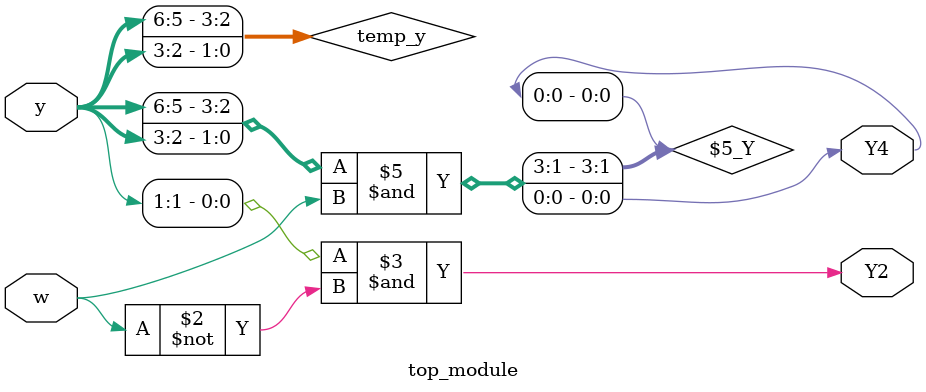
<source format=sv>
module top_module (
    input [6:1] y,
    input w,
    output reg Y2,
    output reg Y4
);

    wire [3:0] temp_y; // to store selected bits of y

    // Select bits 2, 3, 5, 6 of y
    assign temp_y = {y[6], y[5], y[3], y[2]};

    // Generate Y2 by taking the logical AND of the first bit of y and the logical NOT of w
    always @(*) begin
        Y2 = y[1] & ~w;
    end

    // Generate Y4 by taking the logical AND of selected bits of y and w
    always @(*) begin
        Y4 = temp_y & w;
    end

endmodule

</source>
